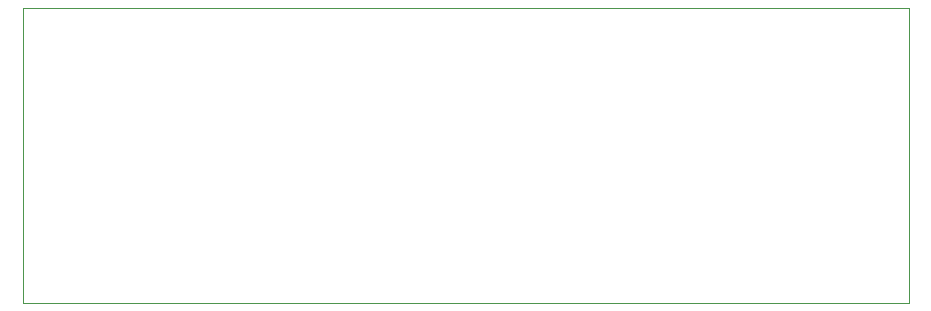
<source format=gbr>
%TF.GenerationSoftware,KiCad,Pcbnew,(6.0.8-1)-1*%
%TF.CreationDate,2023-06-07T12:10:10-04:00*%
%TF.ProjectId,Ecal2.5x2.5cm,4563616c-322e-4357-9832-2e35636d2e6b,rev?*%
%TF.SameCoordinates,Original*%
%TF.FileFunction,Profile,NP*%
%FSLAX46Y46*%
G04 Gerber Fmt 4.6, Leading zero omitted, Abs format (unit mm)*
G04 Created by KiCad (PCBNEW (6.0.8-1)-1) date 2023-06-07 12:10:10*
%MOMM*%
%LPD*%
G01*
G04 APERTURE LIST*
%TA.AperFunction,Profile*%
%ADD10C,0.100000*%
%TD*%
G04 APERTURE END LIST*
D10*
X75000000Y-50000000D02*
X150000000Y-50000000D01*
X150000000Y-50000000D02*
X150000000Y-75000000D01*
X150000000Y-75000000D02*
X75000000Y-75000000D01*
X75000000Y-75000000D02*
X75000000Y-50000000D01*
M02*

</source>
